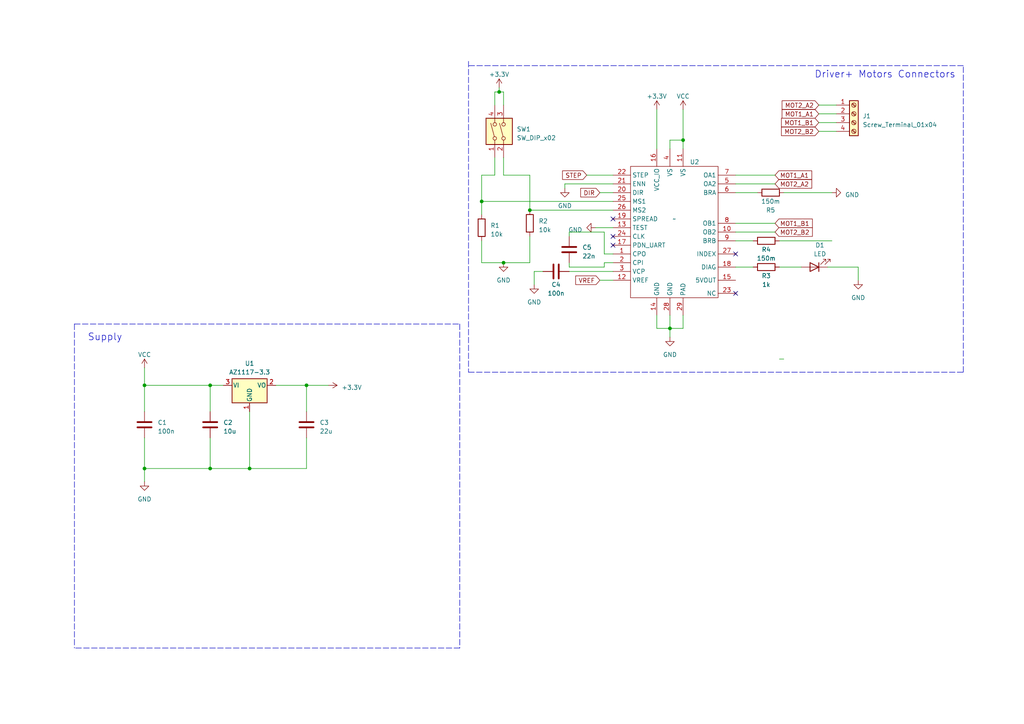
<source format=kicad_sch>
(kicad_sch (version 20230121) (generator eeschema)

  (uuid 068d3726-99de-44cc-887c-e892d67878f5)

  (paper "A4")

  (lib_symbols
    (symbol "Connector:Screw_Terminal_01x04" (pin_names (offset 1.016) hide) (in_bom yes) (on_board yes)
      (property "Reference" "J" (at 0 5.08 0)
        (effects (font (size 1.27 1.27)))
      )
      (property "Value" "Screw_Terminal_01x04" (at 0 -7.62 0)
        (effects (font (size 1.27 1.27)))
      )
      (property "Footprint" "" (at 0 0 0)
        (effects (font (size 1.27 1.27)) hide)
      )
      (property "Datasheet" "~" (at 0 0 0)
        (effects (font (size 1.27 1.27)) hide)
      )
      (property "ki_keywords" "screw terminal" (at 0 0 0)
        (effects (font (size 1.27 1.27)) hide)
      )
      (property "ki_description" "Generic screw terminal, single row, 01x04, script generated (kicad-library-utils/schlib/autogen/connector/)" (at 0 0 0)
        (effects (font (size 1.27 1.27)) hide)
      )
      (property "ki_fp_filters" "TerminalBlock*:*" (at 0 0 0)
        (effects (font (size 1.27 1.27)) hide)
      )
      (symbol "Screw_Terminal_01x04_1_1"
        (rectangle (start -1.27 3.81) (end 1.27 -6.35)
          (stroke (width 0.254) (type default))
          (fill (type background))
        )
        (circle (center 0 -5.08) (radius 0.635)
          (stroke (width 0.1524) (type default))
          (fill (type none))
        )
        (circle (center 0 -2.54) (radius 0.635)
          (stroke (width 0.1524) (type default))
          (fill (type none))
        )
        (polyline
          (pts
            (xy -0.5334 -4.7498)
            (xy 0.3302 -5.588)
          )
          (stroke (width 0.1524) (type default))
          (fill (type none))
        )
        (polyline
          (pts
            (xy -0.5334 -2.2098)
            (xy 0.3302 -3.048)
          )
          (stroke (width 0.1524) (type default))
          (fill (type none))
        )
        (polyline
          (pts
            (xy -0.5334 0.3302)
            (xy 0.3302 -0.508)
          )
          (stroke (width 0.1524) (type default))
          (fill (type none))
        )
        (polyline
          (pts
            (xy -0.5334 2.8702)
            (xy 0.3302 2.032)
          )
          (stroke (width 0.1524) (type default))
          (fill (type none))
        )
        (polyline
          (pts
            (xy -0.3556 -4.572)
            (xy 0.508 -5.4102)
          )
          (stroke (width 0.1524) (type default))
          (fill (type none))
        )
        (polyline
          (pts
            (xy -0.3556 -2.032)
            (xy 0.508 -2.8702)
          )
          (stroke (width 0.1524) (type default))
          (fill (type none))
        )
        (polyline
          (pts
            (xy -0.3556 0.508)
            (xy 0.508 -0.3302)
          )
          (stroke (width 0.1524) (type default))
          (fill (type none))
        )
        (polyline
          (pts
            (xy -0.3556 3.048)
            (xy 0.508 2.2098)
          )
          (stroke (width 0.1524) (type default))
          (fill (type none))
        )
        (circle (center 0 0) (radius 0.635)
          (stroke (width 0.1524) (type default))
          (fill (type none))
        )
        (circle (center 0 2.54) (radius 0.635)
          (stroke (width 0.1524) (type default))
          (fill (type none))
        )
        (pin passive line (at -5.08 2.54 0) (length 3.81)
          (name "Pin_1" (effects (font (size 1.27 1.27))))
          (number "1" (effects (font (size 1.27 1.27))))
        )
        (pin passive line (at -5.08 0 0) (length 3.81)
          (name "Pin_2" (effects (font (size 1.27 1.27))))
          (number "2" (effects (font (size 1.27 1.27))))
        )
        (pin passive line (at -5.08 -2.54 0) (length 3.81)
          (name "Pin_3" (effects (font (size 1.27 1.27))))
          (number "3" (effects (font (size 1.27 1.27))))
        )
        (pin passive line (at -5.08 -5.08 0) (length 3.81)
          (name "Pin_4" (effects (font (size 1.27 1.27))))
          (number "4" (effects (font (size 1.27 1.27))))
        )
      )
    )
    (symbol "Device:C" (pin_numbers hide) (pin_names (offset 0.254)) (in_bom yes) (on_board yes)
      (property "Reference" "C" (at 0.635 2.54 0)
        (effects (font (size 1.27 1.27)) (justify left))
      )
      (property "Value" "C" (at 0.635 -2.54 0)
        (effects (font (size 1.27 1.27)) (justify left))
      )
      (property "Footprint" "" (at 0.9652 -3.81 0)
        (effects (font (size 1.27 1.27)) hide)
      )
      (property "Datasheet" "~" (at 0 0 0)
        (effects (font (size 1.27 1.27)) hide)
      )
      (property "ki_keywords" "cap capacitor" (at 0 0 0)
        (effects (font (size 1.27 1.27)) hide)
      )
      (property "ki_description" "Unpolarized capacitor" (at 0 0 0)
        (effects (font (size 1.27 1.27)) hide)
      )
      (property "ki_fp_filters" "C_*" (at 0 0 0)
        (effects (font (size 1.27 1.27)) hide)
      )
      (symbol "C_0_1"
        (polyline
          (pts
            (xy -2.032 -0.762)
            (xy 2.032 -0.762)
          )
          (stroke (width 0.508) (type default))
          (fill (type none))
        )
        (polyline
          (pts
            (xy -2.032 0.762)
            (xy 2.032 0.762)
          )
          (stroke (width 0.508) (type default))
          (fill (type none))
        )
      )
      (symbol "C_1_1"
        (pin passive line (at 0 3.81 270) (length 2.794)
          (name "~" (effects (font (size 1.27 1.27))))
          (number "1" (effects (font (size 1.27 1.27))))
        )
        (pin passive line (at 0 -3.81 90) (length 2.794)
          (name "~" (effects (font (size 1.27 1.27))))
          (number "2" (effects (font (size 1.27 1.27))))
        )
      )
    )
    (symbol "Device:LED" (pin_numbers hide) (pin_names (offset 1.016) hide) (in_bom yes) (on_board yes)
      (property "Reference" "D" (at 0 2.54 0)
        (effects (font (size 1.27 1.27)))
      )
      (property "Value" "LED" (at 0 -2.54 0)
        (effects (font (size 1.27 1.27)))
      )
      (property "Footprint" "" (at 0 0 0)
        (effects (font (size 1.27 1.27)) hide)
      )
      (property "Datasheet" "~" (at 0 0 0)
        (effects (font (size 1.27 1.27)) hide)
      )
      (property "ki_keywords" "LED diode" (at 0 0 0)
        (effects (font (size 1.27 1.27)) hide)
      )
      (property "ki_description" "Light emitting diode" (at 0 0 0)
        (effects (font (size 1.27 1.27)) hide)
      )
      (property "ki_fp_filters" "LED* LED_SMD:* LED_THT:*" (at 0 0 0)
        (effects (font (size 1.27 1.27)) hide)
      )
      (symbol "LED_0_1"
        (polyline
          (pts
            (xy -1.27 -1.27)
            (xy -1.27 1.27)
          )
          (stroke (width 0.254) (type default))
          (fill (type none))
        )
        (polyline
          (pts
            (xy -1.27 0)
            (xy 1.27 0)
          )
          (stroke (width 0) (type default))
          (fill (type none))
        )
        (polyline
          (pts
            (xy 1.27 -1.27)
            (xy 1.27 1.27)
            (xy -1.27 0)
            (xy 1.27 -1.27)
          )
          (stroke (width 0.254) (type default))
          (fill (type none))
        )
        (polyline
          (pts
            (xy -3.048 -0.762)
            (xy -4.572 -2.286)
            (xy -3.81 -2.286)
            (xy -4.572 -2.286)
            (xy -4.572 -1.524)
          )
          (stroke (width 0) (type default))
          (fill (type none))
        )
        (polyline
          (pts
            (xy -1.778 -0.762)
            (xy -3.302 -2.286)
            (xy -2.54 -2.286)
            (xy -3.302 -2.286)
            (xy -3.302 -1.524)
          )
          (stroke (width 0) (type default))
          (fill (type none))
        )
      )
      (symbol "LED_1_1"
        (pin passive line (at -3.81 0 0) (length 2.54)
          (name "K" (effects (font (size 1.27 1.27))))
          (number "1" (effects (font (size 1.27 1.27))))
        )
        (pin passive line (at 3.81 0 180) (length 2.54)
          (name "A" (effects (font (size 1.27 1.27))))
          (number "2" (effects (font (size 1.27 1.27))))
        )
      )
    )
    (symbol "Device:R" (pin_numbers hide) (pin_names (offset 0)) (in_bom yes) (on_board yes)
      (property "Reference" "R" (at 2.032 0 90)
        (effects (font (size 1.27 1.27)))
      )
      (property "Value" "R" (at 0 0 90)
        (effects (font (size 1.27 1.27)))
      )
      (property "Footprint" "" (at -1.778 0 90)
        (effects (font (size 1.27 1.27)) hide)
      )
      (property "Datasheet" "~" (at 0 0 0)
        (effects (font (size 1.27 1.27)) hide)
      )
      (property "ki_keywords" "R res resistor" (at 0 0 0)
        (effects (font (size 1.27 1.27)) hide)
      )
      (property "ki_description" "Resistor" (at 0 0 0)
        (effects (font (size 1.27 1.27)) hide)
      )
      (property "ki_fp_filters" "R_*" (at 0 0 0)
        (effects (font (size 1.27 1.27)) hide)
      )
      (symbol "R_0_1"
        (rectangle (start -1.016 -2.54) (end 1.016 2.54)
          (stroke (width 0.254) (type default))
          (fill (type none))
        )
      )
      (symbol "R_1_1"
        (pin passive line (at 0 3.81 270) (length 1.27)
          (name "~" (effects (font (size 1.27 1.27))))
          (number "1" (effects (font (size 1.27 1.27))))
        )
        (pin passive line (at 0 -3.81 90) (length 1.27)
          (name "~" (effects (font (size 1.27 1.27))))
          (number "2" (effects (font (size 1.27 1.27))))
        )
      )
    )
    (symbol "My_Lib:TMC2225" (in_bom yes) (on_board yes)
      (property "Reference" "U" (at 0 0 0)
        (effects (font (size 1.27 1.27)))
      )
      (property "Value" "" (at 0 0 0)
        (effects (font (size 1.27 1.27)))
      )
      (property "Footprint" "" (at 0 0 0)
        (effects (font (size 1.27 1.27)) hide)
      )
      (property "Datasheet" "" (at 0 0 0)
        (effects (font (size 1.27 1.27)) hide)
      )
      (symbol "TMC2225_0_0"
        (pin passive line (at -17.78 -10.16 0) (length 5.08)
          (name "CPO" (effects (font (size 1.27 1.27))))
          (number "1" (effects (font (size 1.27 1.27))))
        )
        (pin output line (at 17.78 -3.81 180) (length 5.08)
          (name "OB2" (effects (font (size 1.27 1.27))))
          (number "10" (effects (font (size 1.27 1.27))))
        )
        (pin input line (at 2.54 20.32 270) (length 5.08)
          (name "VS" (effects (font (size 1.27 1.27))))
          (number "11" (effects (font (size 1.27 1.27))))
        )
        (pin input line (at -17.78 -17.78 0) (length 5.08)
          (name "VREF" (effects (font (size 1.27 1.27))))
          (number "12" (effects (font (size 1.27 1.27))))
        )
        (pin input line (at -17.78 -2.54 0) (length 5.08)
          (name "TEST" (effects (font (size 1.27 1.27))))
          (number "13" (effects (font (size 1.27 1.27))))
        )
        (pin input line (at -5.08 -27.94 90) (length 5.08)
          (name "GND" (effects (font (size 1.27 1.27))))
          (number "14" (effects (font (size 1.27 1.27))))
        )
        (pin passive line (at 17.78 -17.78 180) (length 5.08)
          (name "5VOUT" (effects (font (size 1.27 1.27))))
          (number "15" (effects (font (size 1.27 1.27))))
        )
        (pin input line (at -5.08 20.32 270) (length 5.08)
          (name "VCC_IO" (effects (font (size 1.27 1.27))))
          (number "16" (effects (font (size 1.27 1.27))))
        )
        (pin no_connect line (at -17.78 -7.62 0) (length 5.08)
          (name "PDN_UART" (effects (font (size 1.27 1.27))))
          (number "17" (effects (font (size 1.27 1.27))))
        )
        (pin output line (at 17.78 -13.97 180) (length 5.08)
          (name "DIAG" (effects (font (size 1.27 1.27))))
          (number "18" (effects (font (size 1.27 1.27))))
        )
        (pin no_connect line (at -17.78 0 0) (length 5.08)
          (name "SPREAD" (effects (font (size 1.27 1.27))))
          (number "19" (effects (font (size 1.27 1.27))))
        )
        (pin passive line (at -17.78 -12.7 0) (length 5.08)
          (name "CPI" (effects (font (size 1.27 1.27))))
          (number "2" (effects (font (size 1.27 1.27))))
        )
        (pin input line (at -17.78 7.62 0) (length 5.08)
          (name "DIR" (effects (font (size 1.27 1.27))))
          (number "20" (effects (font (size 1.27 1.27))))
        )
        (pin input line (at -17.78 10.16 0) (length 5.08)
          (name "ENN" (effects (font (size 1.27 1.27))))
          (number "21" (effects (font (size 1.27 1.27))))
        )
        (pin input line (at -17.78 12.7 0) (length 5.08)
          (name "STEP" (effects (font (size 1.27 1.27))))
          (number "22" (effects (font (size 1.27 1.27))))
        )
        (pin no_connect line (at 17.78 -21.59 180) (length 5.08)
          (name "NC" (effects (font (size 1.27 1.27))))
          (number "23" (effects (font (size 1.27 1.27))))
        )
        (pin no_connect line (at -17.78 -5.08 0) (length 5.08)
          (name "CLK" (effects (font (size 1.27 1.27))))
          (number "24" (effects (font (size 1.27 1.27))))
        )
        (pin input line (at -17.78 5.08 0) (length 5.08)
          (name "MS1" (effects (font (size 1.27 1.27))))
          (number "25" (effects (font (size 1.27 1.27))))
        )
        (pin input line (at -17.78 2.54 0) (length 5.08)
          (name "MS2" (effects (font (size 1.27 1.27))))
          (number "26" (effects (font (size 1.27 1.27))))
        )
        (pin no_connect line (at 17.78 -10.16 180) (length 5.08)
          (name "INDEX" (effects (font (size 1.27 1.27))))
          (number "27" (effects (font (size 1.27 1.27))))
        )
        (pin input line (at -1.27 -27.94 90) (length 5.08)
          (name "GND" (effects (font (size 1.27 1.27))))
          (number "28" (effects (font (size 1.27 1.27))))
        )
        (pin input line (at 2.54 -27.94 90) (length 5.08)
          (name "PAD" (effects (font (size 1.27 1.27))))
          (number "29" (effects (font (size 1.27 1.27))))
        )
        (pin passive line (at -17.78 -15.24 0) (length 5.08)
          (name "VCP" (effects (font (size 1.27 1.27))))
          (number "3" (effects (font (size 1.27 1.27))))
        )
        (pin input line (at -1.27 20.32 270) (length 5.08)
          (name "VS" (effects (font (size 1.27 1.27))))
          (number "4" (effects (font (size 1.27 1.27))))
        )
        (pin output line (at 17.78 10.16 180) (length 5.08)
          (name "OA2" (effects (font (size 1.27 1.27))))
          (number "5" (effects (font (size 1.27 1.27))))
        )
        (pin output line (at 17.78 7.62 180) (length 5.08)
          (name "BRA" (effects (font (size 1.27 1.27))))
          (number "6" (effects (font (size 1.27 1.27))))
        )
        (pin output line (at 17.78 12.7 180) (length 5.08)
          (name "OA1" (effects (font (size 1.27 1.27))))
          (number "7" (effects (font (size 1.27 1.27))))
        )
        (pin output line (at 17.78 -1.27 180) (length 5.08)
          (name "OB1" (effects (font (size 1.27 1.27))))
          (number "8" (effects (font (size 1.27 1.27))))
        )
        (pin output line (at 17.78 -6.35 180) (length 5.08)
          (name "BRB" (effects (font (size 1.27 1.27))))
          (number "9" (effects (font (size 1.27 1.27))))
        )
      )
      (symbol "TMC2225_0_1"
        (polyline
          (pts
            (xy -12.7 15.24)
            (xy 12.7 15.24)
            (xy 12.7 -22.86)
            (xy -12.7 -22.86)
            (xy -12.7 15.24)
          )
          (stroke (width 0.1524) (type solid))
          (fill (type none))
        )
      )
    )
    (symbol "Regulator_Linear:AZ1117-3.3" (pin_names (offset 0.254)) (in_bom yes) (on_board yes)
      (property "Reference" "U" (at -3.81 3.175 0)
        (effects (font (size 1.27 1.27)))
      )
      (property "Value" "AZ1117-3.3" (at 0 3.175 0)
        (effects (font (size 1.27 1.27)) (justify left))
      )
      (property "Footprint" "" (at 0 6.35 0)
        (effects (font (size 1.27 1.27) italic) hide)
      )
      (property "Datasheet" "https://www.diodes.com/assets/Datasheets/AZ1117.pdf" (at 0 0 0)
        (effects (font (size 1.27 1.27)) hide)
      )
      (property "ki_keywords" "Fixed Voltage Regulator 1A Positive LDO" (at 0 0 0)
        (effects (font (size 1.27 1.27)) hide)
      )
      (property "ki_description" "1A 20V Fixed LDO Linear Regulator, 3.3V, SOT-89/SOT-223/TO-220/TO-252/TO-263" (at 0 0 0)
        (effects (font (size 1.27 1.27)) hide)
      )
      (property "ki_fp_filters" "SOT?223* SOT?89* TO?220* TO?252* TO?263*" (at 0 0 0)
        (effects (font (size 1.27 1.27)) hide)
      )
      (symbol "AZ1117-3.3_0_1"
        (rectangle (start -5.08 1.905) (end 5.08 -5.08)
          (stroke (width 0.254) (type default))
          (fill (type background))
        )
      )
      (symbol "AZ1117-3.3_1_1"
        (pin power_in line (at 0 -7.62 90) (length 2.54)
          (name "GND" (effects (font (size 1.27 1.27))))
          (number "1" (effects (font (size 1.27 1.27))))
        )
        (pin power_out line (at 7.62 0 180) (length 2.54)
          (name "VO" (effects (font (size 1.27 1.27))))
          (number "2" (effects (font (size 1.27 1.27))))
        )
        (pin power_in line (at -7.62 0 0) (length 2.54)
          (name "VI" (effects (font (size 1.27 1.27))))
          (number "3" (effects (font (size 1.27 1.27))))
        )
      )
    )
    (symbol "Switch:SW_DIP_x02" (pin_names (offset 0) hide) (in_bom yes) (on_board yes)
      (property "Reference" "SW" (at 0 6.35 0)
        (effects (font (size 1.27 1.27)))
      )
      (property "Value" "SW_DIP_x02" (at 0 -3.81 0)
        (effects (font (size 1.27 1.27)))
      )
      (property "Footprint" "" (at 0 0 0)
        (effects (font (size 1.27 1.27)) hide)
      )
      (property "Datasheet" "~" (at 0 0 0)
        (effects (font (size 1.27 1.27)) hide)
      )
      (property "ki_keywords" "dip switch" (at 0 0 0)
        (effects (font (size 1.27 1.27)) hide)
      )
      (property "ki_description" "2x DIP Switch, Single Pole Single Throw (SPST) switch, small symbol" (at 0 0 0)
        (effects (font (size 1.27 1.27)) hide)
      )
      (property "ki_fp_filters" "SW?DIP?x2*" (at 0 0 0)
        (effects (font (size 1.27 1.27)) hide)
      )
      (symbol "SW_DIP_x02_0_0"
        (circle (center -2.032 0) (radius 0.508)
          (stroke (width 0) (type default))
          (fill (type none))
        )
        (circle (center -2.032 2.54) (radius 0.508)
          (stroke (width 0) (type default))
          (fill (type none))
        )
        (polyline
          (pts
            (xy -1.524 0.127)
            (xy 2.3622 1.1684)
          )
          (stroke (width 0) (type default))
          (fill (type none))
        )
        (polyline
          (pts
            (xy -1.524 2.667)
            (xy 2.3622 3.7084)
          )
          (stroke (width 0) (type default))
          (fill (type none))
        )
        (circle (center 2.032 0) (radius 0.508)
          (stroke (width 0) (type default))
          (fill (type none))
        )
        (circle (center 2.032 2.54) (radius 0.508)
          (stroke (width 0) (type default))
          (fill (type none))
        )
      )
      (symbol "SW_DIP_x02_0_1"
        (rectangle (start -3.81 5.08) (end 3.81 -2.54)
          (stroke (width 0.254) (type default))
          (fill (type background))
        )
      )
      (symbol "SW_DIP_x02_1_1"
        (pin passive line (at -7.62 2.54 0) (length 5.08)
          (name "~" (effects (font (size 1.27 1.27))))
          (number "1" (effects (font (size 1.27 1.27))))
        )
        (pin passive line (at -7.62 0 0) (length 5.08)
          (name "~" (effects (font (size 1.27 1.27))))
          (number "2" (effects (font (size 1.27 1.27))))
        )
        (pin passive line (at 7.62 0 180) (length 5.08)
          (name "~" (effects (font (size 1.27 1.27))))
          (number "3" (effects (font (size 1.27 1.27))))
        )
        (pin passive line (at 7.62 2.54 180) (length 5.08)
          (name "~" (effects (font (size 1.27 1.27))))
          (number "4" (effects (font (size 1.27 1.27))))
        )
      )
    )
    (symbol "power:+3.3V" (power) (pin_names (offset 0)) (in_bom yes) (on_board yes)
      (property "Reference" "#PWR" (at 0 -3.81 0)
        (effects (font (size 1.27 1.27)) hide)
      )
      (property "Value" "+3.3V" (at 0 3.556 0)
        (effects (font (size 1.27 1.27)))
      )
      (property "Footprint" "" (at 0 0 0)
        (effects (font (size 1.27 1.27)) hide)
      )
      (property "Datasheet" "" (at 0 0 0)
        (effects (font (size 1.27 1.27)) hide)
      )
      (property "ki_keywords" "global power" (at 0 0 0)
        (effects (font (size 1.27 1.27)) hide)
      )
      (property "ki_description" "Power symbol creates a global label with name \"+3.3V\"" (at 0 0 0)
        (effects (font (size 1.27 1.27)) hide)
      )
      (symbol "+3.3V_0_1"
        (polyline
          (pts
            (xy -0.762 1.27)
            (xy 0 2.54)
          )
          (stroke (width 0) (type default))
          (fill (type none))
        )
        (polyline
          (pts
            (xy 0 0)
            (xy 0 2.54)
          )
          (stroke (width 0) (type default))
          (fill (type none))
        )
        (polyline
          (pts
            (xy 0 2.54)
            (xy 0.762 1.27)
          )
          (stroke (width 0) (type default))
          (fill (type none))
        )
      )
      (symbol "+3.3V_1_1"
        (pin power_in line (at 0 0 90) (length 0) hide
          (name "+3.3V" (effects (font (size 1.27 1.27))))
          (number "1" (effects (font (size 1.27 1.27))))
        )
      )
    )
    (symbol "power:GND" (power) (pin_names (offset 0)) (in_bom yes) (on_board yes)
      (property "Reference" "#PWR" (at 0 -6.35 0)
        (effects (font (size 1.27 1.27)) hide)
      )
      (property "Value" "GND" (at 0 -3.81 0)
        (effects (font (size 1.27 1.27)))
      )
      (property "Footprint" "" (at 0 0 0)
        (effects (font (size 1.27 1.27)) hide)
      )
      (property "Datasheet" "" (at 0 0 0)
        (effects (font (size 1.27 1.27)) hide)
      )
      (property "ki_keywords" "global power" (at 0 0 0)
        (effects (font (size 1.27 1.27)) hide)
      )
      (property "ki_description" "Power symbol creates a global label with name \"GND\" , ground" (at 0 0 0)
        (effects (font (size 1.27 1.27)) hide)
      )
      (symbol "GND_0_1"
        (polyline
          (pts
            (xy 0 0)
            (xy 0 -1.27)
            (xy 1.27 -1.27)
            (xy 0 -2.54)
            (xy -1.27 -1.27)
            (xy 0 -1.27)
          )
          (stroke (width 0) (type default))
          (fill (type none))
        )
      )
      (symbol "GND_1_1"
        (pin power_in line (at 0 0 270) (length 0) hide
          (name "GND" (effects (font (size 1.27 1.27))))
          (number "1" (effects (font (size 1.27 1.27))))
        )
      )
    )
    (symbol "power:VCC" (power) (pin_names (offset 0)) (in_bom yes) (on_board yes)
      (property "Reference" "#PWR" (at 0 -3.81 0)
        (effects (font (size 1.27 1.27)) hide)
      )
      (property "Value" "VCC" (at 0 3.81 0)
        (effects (font (size 1.27 1.27)))
      )
      (property "Footprint" "" (at 0 0 0)
        (effects (font (size 1.27 1.27)) hide)
      )
      (property "Datasheet" "" (at 0 0 0)
        (effects (font (size 1.27 1.27)) hide)
      )
      (property "ki_keywords" "global power" (at 0 0 0)
        (effects (font (size 1.27 1.27)) hide)
      )
      (property "ki_description" "Power symbol creates a global label with name \"VCC\"" (at 0 0 0)
        (effects (font (size 1.27 1.27)) hide)
      )
      (symbol "VCC_0_1"
        (polyline
          (pts
            (xy -0.762 1.27)
            (xy 0 2.54)
          )
          (stroke (width 0) (type default))
          (fill (type none))
        )
        (polyline
          (pts
            (xy 0 0)
            (xy 0 2.54)
          )
          (stroke (width 0) (type default))
          (fill (type none))
        )
        (polyline
          (pts
            (xy 0 2.54)
            (xy 0.762 1.27)
          )
          (stroke (width 0) (type default))
          (fill (type none))
        )
      )
      (symbol "VCC_1_1"
        (pin power_in line (at 0 0 90) (length 0) hide
          (name "VCC" (effects (font (size 1.27 1.27))))
          (number "1" (effects (font (size 1.27 1.27))))
        )
      )
    )
  )


  (junction (at 60.96 111.76) (diameter 0) (color 0 0 0 0)
    (uuid 09f3520c-4f6c-4fe3-819d-9d3f8fc6b587)
  )
  (junction (at 153.67 60.96) (diameter 0) (color 0 0 0 0)
    (uuid 170e7f1b-8d25-4f77-9f8e-fc94cec78304)
  )
  (junction (at 41.91 111.76) (diameter 0) (color 0 0 0 0)
    (uuid 32b22497-6e76-4bdc-8444-63b1f6abb32b)
  )
  (junction (at 194.31 95.25) (diameter 0) (color 0 0 0 0)
    (uuid 42673888-9609-461a-94d1-d2b6b6fb818a)
  )
  (junction (at 88.9 111.76) (diameter 0) (color 0 0 0 0)
    (uuid 5999ff1b-be10-4817-8483-6d205e283872)
  )
  (junction (at 139.7 58.42) (diameter 0) (color 0 0 0 0)
    (uuid 6127ab72-5aa2-4472-8c43-7ba3787a1ecf)
  )
  (junction (at 198.12 40.64) (diameter 0) (color 0 0 0 0)
    (uuid 876eb48d-742d-4218-a1c0-dde9824d7d4e)
  )
  (junction (at 41.91 135.89) (diameter 0) (color 0 0 0 0)
    (uuid a075dcd4-9131-4a21-bd75-2ce22d863a57)
  )
  (junction (at 72.39 135.89) (diameter 0) (color 0 0 0 0)
    (uuid d81588b9-e378-40b8-a846-f216d496deed)
  )
  (junction (at 144.78 26.67) (diameter 0) (color 0 0 0 0)
    (uuid e2abff9a-1ff7-4d87-a36d-205f09b7431f)
  )
  (junction (at 60.96 135.89) (diameter 0) (color 0 0 0 0)
    (uuid ec063405-c907-42b7-8adb-3e7a69a29273)
  )
  (junction (at 146.05 76.2) (diameter 0) (color 0 0 0 0)
    (uuid fa882e1a-efc5-47d9-9f1e-78d7fc79b411)
  )

  (no_connect (at 213.36 85.09) (uuid 2ceda9da-b056-4537-acc4-5c3a61ae81df))
  (no_connect (at 213.36 73.66) (uuid 62f951fc-71da-4f8f-bee3-978d8f6c6d9e))
  (no_connect (at 177.8 63.5) (uuid 63b61004-f15b-440f-af4b-cbb2bd70379b))
  (no_connect (at 177.8 71.12) (uuid 7c20f44d-1c44-4192-856b-cc66f78d2ef4))
  (no_connect (at 177.8 68.58) (uuid b77a1d60-9a30-4b1e-a203-5ef32486654a))

  (wire (pts (xy 153.67 68.58) (xy 153.67 76.2))
    (stroke (width 0) (type default))
    (uuid 02ed833a-7131-4f62-87fa-d6b98b48014a)
  )
  (wire (pts (xy 154.94 78.74) (xy 154.94 82.55))
    (stroke (width 0) (type default))
    (uuid 04bfad80-26e0-4e7b-a40f-d75558bc0983)
  )
  (wire (pts (xy 88.9 111.76) (xy 88.9 119.38))
    (stroke (width 0) (type default))
    (uuid 081733f5-379b-402e-a63c-3ea00de4ef6f)
  )
  (wire (pts (xy 143.51 26.67) (xy 144.78 26.67))
    (stroke (width 0) (type default))
    (uuid 0dbaec17-50aa-4b55-b613-965643b3cfcb)
  )
  (wire (pts (xy 144.78 26.67) (xy 146.05 26.67))
    (stroke (width 0) (type default))
    (uuid 1717a9e6-83b6-42e6-9620-587919944e09)
  )
  (wire (pts (xy 139.7 69.85) (xy 139.7 76.2))
    (stroke (width 0) (type default))
    (uuid 1b9f329f-d397-480c-96cc-b46c1bfd8437)
  )
  (wire (pts (xy 153.67 50.8) (xy 153.67 60.96))
    (stroke (width 0) (type default))
    (uuid 20fec434-9628-47b3-a74e-d63a070cf294)
  )
  (wire (pts (xy 139.7 58.42) (xy 139.7 62.23))
    (stroke (width 0) (type default))
    (uuid 23b4d3e5-6733-49bc-8626-7b1d6820a99b)
  )
  (wire (pts (xy 177.8 53.34) (xy 163.83 53.34))
    (stroke (width 0) (type default))
    (uuid 255f9049-6886-4aac-9256-352a56cfba00)
  )
  (wire (pts (xy 41.91 111.76) (xy 60.96 111.76))
    (stroke (width 0) (type default))
    (uuid 2681c193-d30a-40de-a95f-83151e866af2)
  )
  (wire (pts (xy 139.7 50.8) (xy 143.51 50.8))
    (stroke (width 0) (type default))
    (uuid 27b3e533-5ffc-4eff-a873-4e75a8c0eafb)
  )
  (wire (pts (xy 153.67 50.8) (xy 146.05 50.8))
    (stroke (width 0) (type default))
    (uuid 27b8b5c5-76a5-41ce-a609-395b725542cd)
  )
  (polyline (pts (xy 279.4 19.05) (xy 135.89 19.05))
    (stroke (width 0) (type dash))
    (uuid 2947b523-cf0b-41cb-8f0b-42e79a6916ec)
  )

  (wire (pts (xy 213.36 77.47) (xy 218.44 77.47))
    (stroke (width 0) (type default))
    (uuid 2d4695e9-881b-47fa-beec-ef47806c9f79)
  )
  (polyline (pts (xy 133.35 187.96) (xy 21.59 187.96))
    (stroke (width 0) (type dash))
    (uuid 2f219ec3-7a8b-46e6-870f-b0bd855c7323)
  )

  (wire (pts (xy 165.1 67.31) (xy 175.26 67.31))
    (stroke (width 0) (type default))
    (uuid 2f766d75-eb75-440b-849b-91370f91f07e)
  )
  (wire (pts (xy 41.91 106.68) (xy 41.91 111.76))
    (stroke (width 0) (type default))
    (uuid 311bf0bb-6145-4dd7-853d-1fcd1bce9756)
  )
  (wire (pts (xy 172.72 66.04) (xy 177.8 66.04))
    (stroke (width 0) (type default))
    (uuid 391be7a2-3cdb-4756-8662-21baaadb880e)
  )
  (wire (pts (xy 237.49 35.56) (xy 242.57 35.56))
    (stroke (width 0) (type default))
    (uuid 3942a8ce-1005-4b17-a2ed-67f5ea47ee8b)
  )
  (wire (pts (xy 143.51 30.48) (xy 143.51 26.67))
    (stroke (width 0) (type default))
    (uuid 395305e8-0b57-4673-aec5-046a23911074)
  )
  (wire (pts (xy 173.99 81.28) (xy 177.8 81.28))
    (stroke (width 0) (type default))
    (uuid 41f3ea70-9ff8-4d58-b99f-c9386ea86094)
  )
  (wire (pts (xy 72.39 135.89) (xy 88.9 135.89))
    (stroke (width 0) (type default))
    (uuid 45fdb5bb-c080-4004-9c6a-2f4f2ec82fe2)
  )
  (wire (pts (xy 194.31 43.18) (xy 194.31 40.64))
    (stroke (width 0) (type default))
    (uuid 46e9592c-9b47-4fb5-ad00-c7568fb8a3a0)
  )
  (wire (pts (xy 237.49 33.02) (xy 242.57 33.02))
    (stroke (width 0) (type default))
    (uuid 48f15ad0-384b-44a6-912f-39059a5d484d)
  )
  (wire (pts (xy 80.01 111.76) (xy 88.9 111.76))
    (stroke (width 0) (type default))
    (uuid 4c88195e-ea41-4400-b96b-cdd5e7da7699)
  )
  (wire (pts (xy 146.05 76.2) (xy 153.67 76.2))
    (stroke (width 0) (type default))
    (uuid 515c146e-2b10-400b-9d0b-a19d9da25b42)
  )
  (wire (pts (xy 213.36 55.88) (xy 219.71 55.88))
    (stroke (width 0) (type default))
    (uuid 575a2527-1842-4470-b4ab-eeb613f12b89)
  )
  (wire (pts (xy 213.36 50.8) (xy 224.79 50.8))
    (stroke (width 0) (type default))
    (uuid 58f5e32a-e096-47a7-96b1-9473dba7324f)
  )
  (wire (pts (xy 177.8 76.2) (xy 175.26 76.2))
    (stroke (width 0) (type default))
    (uuid 5a1e61ed-bc42-47bf-97e8-ae64f36df3a2)
  )
  (wire (pts (xy 165.1 67.31) (xy 165.1 68.58))
    (stroke (width 0) (type default))
    (uuid 5e6f938d-2502-4261-870b-c8e8dc88cf8d)
  )
  (wire (pts (xy 41.91 111.76) (xy 41.91 119.38))
    (stroke (width 0) (type default))
    (uuid 6394b9c6-0c3a-47a9-a10c-ad2849085b85)
  )
  (wire (pts (xy 146.05 26.67) (xy 146.05 30.48))
    (stroke (width 0) (type default))
    (uuid 674982ab-76f1-40b4-ace8-3457780c9064)
  )
  (wire (pts (xy 240.03 77.47) (xy 248.92 77.47))
    (stroke (width 0) (type default))
    (uuid 6cabbc91-f1f9-4c6b-b310-395a1f97cfa4)
  )
  (wire (pts (xy 213.36 69.85) (xy 218.44 69.85))
    (stroke (width 0) (type default))
    (uuid 71414b85-6c03-4500-9864-f2735be1f555)
  )
  (wire (pts (xy 194.31 95.25) (xy 194.31 97.79))
    (stroke (width 0) (type default))
    (uuid 717d9319-11b8-40e5-a003-81f26df38cbd)
  )
  (wire (pts (xy 190.5 95.25) (xy 194.31 95.25))
    (stroke (width 0) (type default))
    (uuid 757a54fd-9bf6-4801-9fa3-c11093cac793)
  )
  (wire (pts (xy 175.26 73.66) (xy 175.26 67.31))
    (stroke (width 0) (type default))
    (uuid 77fffae0-f22f-40ce-b006-f7a4d8d74d3e)
  )
  (wire (pts (xy 163.83 53.34) (xy 163.83 54.61))
    (stroke (width 0) (type default))
    (uuid 7acd6546-ed89-4c37-91fc-15bbd8598d28)
  )
  (wire (pts (xy 144.78 25.4) (xy 144.78 26.67))
    (stroke (width 0) (type default))
    (uuid 7bc6c36e-d52d-4ce8-992f-ae7ee69472f9)
  )
  (wire (pts (xy 41.91 135.89) (xy 41.91 139.7))
    (stroke (width 0) (type default))
    (uuid 82dd3d6e-b692-4ed8-8701-a40789d59705)
  )
  (wire (pts (xy 72.39 135.89) (xy 72.39 119.38))
    (stroke (width 0) (type default))
    (uuid 843f7ed0-ecd5-4625-bfb1-361531d846d8)
  )
  (wire (pts (xy 146.05 45.72) (xy 146.05 50.8))
    (stroke (width 0) (type default))
    (uuid 86bd83b4-0a57-4834-baed-68ff9a3ea55c)
  )
  (polyline (pts (xy 135.89 17.78) (xy 135.89 107.95))
    (stroke (width 0) (type dash))
    (uuid 88d14346-d2c8-4801-846a-64d765c642f1)
  )

  (wire (pts (xy 60.96 135.89) (xy 72.39 135.89))
    (stroke (width 0) (type default))
    (uuid 8943ca7c-4f81-4177-97a1-6f4c3acefefc)
  )
  (wire (pts (xy 60.96 127) (xy 60.96 135.89))
    (stroke (width 0) (type default))
    (uuid 8a9d8dd8-dc08-4bb2-9036-110e35c2a4e2)
  )
  (wire (pts (xy 153.67 60.96) (xy 177.8 60.96))
    (stroke (width 0) (type default))
    (uuid 8b848bd6-fd63-4c3a-ac2c-51433ebc9312)
  )
  (wire (pts (xy 60.96 111.76) (xy 64.77 111.76))
    (stroke (width 0) (type default))
    (uuid 8bd942bd-c628-45c8-a0bf-dadfb271e0e2)
  )
  (wire (pts (xy 139.7 58.42) (xy 177.8 58.42))
    (stroke (width 0) (type default))
    (uuid 8f6fdebf-b83b-4d5c-8d06-0375b5fbcdfb)
  )
  (wire (pts (xy 237.49 30.48) (xy 242.57 30.48))
    (stroke (width 0) (type default))
    (uuid 9241232f-9819-4c07-b66b-35f32d116004)
  )
  (wire (pts (xy 198.12 31.75) (xy 198.12 40.64))
    (stroke (width 0) (type default))
    (uuid 9572323d-dacc-4ca3-a444-02f7bee2ab64)
  )
  (wire (pts (xy 88.9 135.89) (xy 88.9 127))
    (stroke (width 0) (type default))
    (uuid 95b38e8c-f793-46dd-a8b2-08bde962d7e2)
  )
  (polyline (pts (xy 135.89 107.95) (xy 279.4 107.95))
    (stroke (width 0) (type dash))
    (uuid 97a10a97-aa65-4861-a1c1-8dfc4baa3b2c)
  )

  (wire (pts (xy 248.92 77.47) (xy 248.92 81.28))
    (stroke (width 0) (type default))
    (uuid 9856a55a-7bd7-4402-ba8d-30c1fe89a814)
  )
  (wire (pts (xy 226.06 69.85) (xy 241.3 69.85))
    (stroke (width 0) (type default))
    (uuid 9acc550f-347e-471e-81a8-e25018ea1793)
  )
  (wire (pts (xy 227.33 55.88) (xy 241.3 55.88))
    (stroke (width 0) (type default))
    (uuid 9d4dc40e-bf34-4e07-8404-e2a414ad96bc)
  )
  (wire (pts (xy 213.36 67.31) (xy 224.79 67.31))
    (stroke (width 0) (type default))
    (uuid a20e9d74-739b-4ac6-9d70-f1febf0d1b9f)
  )
  (wire (pts (xy 41.91 135.89) (xy 60.96 135.89))
    (stroke (width 0) (type default))
    (uuid a5cece79-d52e-4516-97ca-d6a481e6bc09)
  )
  (wire (pts (xy 157.48 78.74) (xy 154.94 78.74))
    (stroke (width 0) (type default))
    (uuid a635e6db-b151-4731-aa3a-f93d276eb2c6)
  )
  (wire (pts (xy 190.5 91.44) (xy 190.5 95.25))
    (stroke (width 0) (type default))
    (uuid a6b758b2-437f-494b-b9c8-e5ec65395892)
  )
  (wire (pts (xy 173.99 55.88) (xy 177.8 55.88))
    (stroke (width 0) (type default))
    (uuid ae91ce5e-49b9-4b29-b3e2-be98af597680)
  )
  (wire (pts (xy 143.51 45.72) (xy 143.51 50.8))
    (stroke (width 0) (type default))
    (uuid b2d0ef11-965d-4c29-8559-4f6b52b03529)
  )
  (polyline (pts (xy 21.59 93.98) (xy 21.59 187.96))
    (stroke (width 0) (type dash))
    (uuid b352777f-8548-4acc-a4e3-c121733c8fc1)
  )

  (wire (pts (xy 198.12 91.44) (xy 198.12 95.25))
    (stroke (width 0) (type default))
    (uuid b3a288b8-2903-4ddd-b34d-eb075639e305)
  )
  (wire (pts (xy 165.1 78.74) (xy 177.8 78.74))
    (stroke (width 0) (type default))
    (uuid b3fbe2fc-723b-40ff-bea7-719b375c9b36)
  )
  (wire (pts (xy 139.7 76.2) (xy 146.05 76.2))
    (stroke (width 0) (type default))
    (uuid b5da3fa7-b68b-4206-97dd-c651d98d49c7)
  )
  (wire (pts (xy 170.18 50.8) (xy 177.8 50.8))
    (stroke (width 0) (type default))
    (uuid b743f41a-1c1f-4304-bdee-94db56746847)
  )
  (wire (pts (xy 175.26 76.2) (xy 175.26 77.47))
    (stroke (width 0) (type default))
    (uuid b843fb02-8c6d-4ce4-b008-441786592164)
  )
  (wire (pts (xy 226.06 77.47) (xy 232.41 77.47))
    (stroke (width 0) (type default))
    (uuid c02c6551-9638-443b-abb4-50b4c17b0f54)
  )
  (wire (pts (xy 165.1 77.47) (xy 165.1 76.2))
    (stroke (width 0) (type default))
    (uuid c13dd3b0-955a-464c-894f-6ee71c92572b)
  )
  (wire (pts (xy 194.31 95.25) (xy 198.12 95.25))
    (stroke (width 0) (type default))
    (uuid c433ac03-5792-40f6-9a7a-5326e48917e9)
  )
  (wire (pts (xy 139.7 58.42) (xy 139.7 50.8))
    (stroke (width 0) (type default))
    (uuid c4621111-772c-455c-87b3-7bca3b46dc5f)
  )
  (wire (pts (xy 213.36 53.34) (xy 224.79 53.34))
    (stroke (width 0) (type default))
    (uuid c6397088-85ab-4932-8af3-7ae0aef7cf73)
  )
  (polyline (pts (xy 279.4 107.95) (xy 279.4 19.05))
    (stroke (width 0) (type dash))
    (uuid c92dc2a2-00c9-44ee-8a95-982a7a7ae4b7)
  )

  (wire (pts (xy 175.26 77.47) (xy 165.1 77.47))
    (stroke (width 0) (type default))
    (uuid cb68d8f2-3e67-4e64-b99a-c882548a1814)
  )
  (polyline (pts (xy 21.59 93.98) (xy 133.35 93.98))
    (stroke (width 0) (type dash))
    (uuid ce419dc3-d096-45a5-9ec6-4d2ef5a85779)
  )

  (wire (pts (xy 88.9 111.76) (xy 95.25 111.76))
    (stroke (width 0) (type default))
    (uuid d1401061-1191-4258-9c51-e4615c10c5be)
  )
  (wire (pts (xy 237.49 38.1) (xy 242.57 38.1))
    (stroke (width 0) (type default))
    (uuid d1874016-dc6e-4293-aa83-963bf82d7262)
  )
  (polyline (pts (xy 133.35 93.98) (xy 133.35 187.96))
    (stroke (width 0) (type dash))
    (uuid d476cae0-b749-4eaf-b71e-89e4b2c77e66)
  )

  (wire (pts (xy 41.91 127) (xy 41.91 135.89))
    (stroke (width 0) (type default))
    (uuid de949768-ad00-4d7f-a72b-7a6c9b0bf794)
  )
  (wire (pts (xy 194.31 40.64) (xy 198.12 40.64))
    (stroke (width 0) (type default))
    (uuid e8a35659-251c-4b8c-8e91-a25f02876362)
  )
  (wire (pts (xy 194.31 91.44) (xy 194.31 95.25))
    (stroke (width 0) (type default))
    (uuid e8a7e74a-4664-430f-ab2d-137b5a7294ae)
  )
  (wire (pts (xy 198.12 40.64) (xy 198.12 43.18))
    (stroke (width 0) (type default))
    (uuid eb3adb1c-cb89-4e51-a245-bdac9dfdd63b)
  )
  (wire (pts (xy 226.06 104.14) (xy 227.33 104.14))
    (stroke (width 0) (type default))
    (uuid efc5c521-ee36-4ef5-9fe4-5b557c6a4ed9)
  )
  (wire (pts (xy 177.8 73.66) (xy 175.26 73.66))
    (stroke (width 0) (type default))
    (uuid f17c40dc-d105-448f-bc94-4408b2ccf7e7)
  )
  (wire (pts (xy 60.96 119.38) (xy 60.96 111.76))
    (stroke (width 0) (type default))
    (uuid f28d1b93-d591-4c47-aded-65269843bd64)
  )
  (wire (pts (xy 213.36 64.77) (xy 224.79 64.77))
    (stroke (width 0) (type default))
    (uuid f34e6639-e7de-4b60-9fea-ad4c7e944285)
  )
  (wire (pts (xy 190.5 31.75) (xy 190.5 43.18))
    (stroke (width 0) (type default))
    (uuid fef4b225-809e-4904-ad13-ca6bbbdabbb5)
  )

  (text "Driver+ Motors Connectors" (at 236.22 22.86 0)
    (effects (font (size 2 2)) (justify left bottom))
    (uuid 8192c71d-05a3-4c8f-ad5d-9d4b356aa300)
  )
  (text "Supply" (at 25.4 99.06 0)
    (effects (font (size 2 2)) (justify left bottom))
    (uuid d42cd773-9a99-4c66-acda-e3220f3ac587)
  )

  (global_label "MOT2_B2" (shape input) (at 224.79 67.31 0) (fields_autoplaced)
    (effects (font (size 1.27 1.27)) (justify left))
    (uuid 0a874bf4-cce0-4325-beaa-426c68304e47)
    (property "Intersheetrefs" "${INTERSHEET_REFS}" (at 236.1019 67.31 0)
      (effects (font (size 1.27 1.27)) (justify left) hide)
    )
  )
  (global_label "MOT1_B1" (shape input) (at 237.49 35.56 180) (fields_autoplaced)
    (effects (font (size 1.27 1.27)) (justify right))
    (uuid 1b581f14-d444-455f-a276-e7f649a7e106)
    (property "Intersheetrefs" "${INTERSHEET_REFS}" (at 226.1781 35.56 0)
      (effects (font (size 1.27 1.27)) (justify right) hide)
    )
  )
  (global_label "STEP" (shape input) (at 170.18 50.8 180) (fields_autoplaced)
    (effects (font (size 1.27 1.27)) (justify right))
    (uuid 22d83677-0349-46b2-974c-d763acde5654)
    (property "Intersheetrefs" "${INTERSHEET_REFS}" (at 162.6781 50.8 0)
      (effects (font (size 1.27 1.27)) (justify right) hide)
    )
  )
  (global_label "MOT2_B2" (shape input) (at 237.49 38.1 180) (fields_autoplaced)
    (effects (font (size 1.27 1.27)) (justify right))
    (uuid 37f670b3-7c0b-4805-b619-a3dde7427b04)
    (property "Intersheetrefs" "${INTERSHEET_REFS}" (at 226.1781 38.1 0)
      (effects (font (size 1.27 1.27)) (justify right) hide)
    )
  )
  (global_label "VREF" (shape input) (at 173.99 81.28 180) (fields_autoplaced)
    (effects (font (size 1.27 1.27)) (justify right))
    (uuid 3b9b8516-02a3-4ef2-b92a-722d6a384be4)
    (property "Intersheetrefs" "${INTERSHEET_REFS}" (at 166.488 81.28 0)
      (effects (font (size 1.27 1.27)) (justify right) hide)
    )
  )
  (global_label "MOT1_B1" (shape input) (at 224.79 64.77 0) (fields_autoplaced)
    (effects (font (size 1.27 1.27)) (justify left))
    (uuid 3e13632f-67be-4b1f-950d-6ba30f9d9adc)
    (property "Intersheetrefs" "${INTERSHEET_REFS}" (at 236.1019 64.77 0)
      (effects (font (size 1.27 1.27)) (justify left) hide)
    )
  )
  (global_label "MOT1_A1" (shape input) (at 224.79 50.8 0) (fields_autoplaced)
    (effects (font (size 1.27 1.27)) (justify left))
    (uuid 52b30a39-4989-4e33-b52c-e3c657c0adf1)
    (property "Intersheetrefs" "${INTERSHEET_REFS}" (at 235.9205 50.8 0)
      (effects (font (size 1.27 1.27)) (justify left) hide)
    )
  )
  (global_label "MOT2_A2" (shape input) (at 237.49 30.48 180) (fields_autoplaced)
    (effects (font (size 1.27 1.27)) (justify right))
    (uuid 7cc5d02b-9aa5-4a7b-a26b-98385a5f3d13)
    (property "Intersheetrefs" "${INTERSHEET_REFS}" (at 226.3595 30.48 0)
      (effects (font (size 1.27 1.27)) (justify right) hide)
    )
  )
  (global_label "MOT1_A1" (shape input) (at 237.49 33.02 180) (fields_autoplaced)
    (effects (font (size 1.27 1.27)) (justify right))
    (uuid c4d5211e-3a42-4603-954a-b9ad25e84383)
    (property "Intersheetrefs" "${INTERSHEET_REFS}" (at 226.3595 33.02 0)
      (effects (font (size 1.27 1.27)) (justify right) hide)
    )
  )
  (global_label "MOT2_A2" (shape input) (at 224.79 53.34 0) (fields_autoplaced)
    (effects (font (size 1.27 1.27)) (justify left))
    (uuid f0823ea1-7a7b-4340-a10f-4fba49695734)
    (property "Intersheetrefs" "${INTERSHEET_REFS}" (at 235.9205 53.34 0)
      (effects (font (size 1.27 1.27)) (justify left) hide)
    )
  )
  (global_label "DIR" (shape input) (at 173.99 55.88 180) (fields_autoplaced)
    (effects (font (size 1.27 1.27)) (justify right))
    (uuid f363ee27-a186-49e7-a2a8-415fdd545772)
    (property "Intersheetrefs" "${INTERSHEET_REFS}" (at 167.9394 55.88 0)
      (effects (font (size 1.27 1.27)) (justify right) hide)
    )
  )

  (symbol (lib_id "Device:LED") (at 236.22 77.47 180) (unit 1)
    (in_bom yes) (on_board yes) (dnp no) (fields_autoplaced)
    (uuid 01283bcc-d20b-4fa6-ad51-4f149aac5aa5)
    (property "Reference" "D1" (at 237.8075 71.12 0)
      (effects (font (size 1.27 1.27)))
    )
    (property "Value" "LED" (at 237.8075 73.66 0)
      (effects (font (size 1.27 1.27)))
    )
    (property "Footprint" "" (at 236.22 77.47 0)
      (effects (font (size 1.27 1.27)) hide)
    )
    (property "Datasheet" "~" (at 236.22 77.47 0)
      (effects (font (size 1.27 1.27)) hide)
    )
    (pin "1" (uuid ddb8114a-b8ed-4aad-824a-770b011adb86))
    (pin "2" (uuid 8e8db7e1-86a6-4332-835f-c03e4e9ecbc8))
    (instances
      (project "Projet6"
        (path "/068d3726-99de-44cc-887c-e892d67878f5"
          (reference "D1") (unit 1)
        )
      )
    )
  )

  (symbol (lib_id "Switch:SW_DIP_x02") (at 146.05 38.1 90) (unit 1)
    (in_bom yes) (on_board yes) (dnp no) (fields_autoplaced)
    (uuid 09e9bccb-358e-46d7-8b43-879098671d50)
    (property "Reference" "SW1" (at 149.86 37.465 90)
      (effects (font (size 1.27 1.27)) (justify right))
    )
    (property "Value" "SW_DIP_x02" (at 149.86 40.005 90)
      (effects (font (size 1.27 1.27)) (justify right))
    )
    (property "Footprint" "" (at 146.05 38.1 0)
      (effects (font (size 1.27 1.27)) hide)
    )
    (property "Datasheet" "~" (at 146.05 38.1 0)
      (effects (font (size 1.27 1.27)) hide)
    )
    (pin "1" (uuid 2e9e5dd9-5380-43f6-b5bd-bf8710208ab8))
    (pin "2" (uuid 987e1dd8-8117-4d0e-9e57-011f6fc94be7))
    (pin "3" (uuid d04bccdd-7e84-4436-ba97-5ccb30e8cdf7))
    (pin "4" (uuid 9bb7f140-8002-498b-b19b-1db90883b7bd))
    (instances
      (project "Projet6"
        (path "/068d3726-99de-44cc-887c-e892d67878f5"
          (reference "SW1") (unit 1)
        )
      )
    )
  )

  (symbol (lib_id "power:GND") (at 172.72 66.04 270) (unit 1)
    (in_bom yes) (on_board yes) (dnp no) (fields_autoplaced)
    (uuid 1487128e-65f4-48bd-9c48-6d974ff67f54)
    (property "Reference" "#PWR08" (at 166.37 66.04 0)
      (effects (font (size 1.27 1.27)) hide)
    )
    (property "Value" "GND" (at 168.91 66.675 90)
      (effects (font (size 1.27 1.27)) (justify right))
    )
    (property "Footprint" "" (at 172.72 66.04 0)
      (effects (font (size 1.27 1.27)) hide)
    )
    (property "Datasheet" "" (at 172.72 66.04 0)
      (effects (font (size 1.27 1.27)) hide)
    )
    (pin "1" (uuid 4089c5c0-3724-4b3b-b539-1084307fcd94))
    (instances
      (project "Projet6"
        (path "/068d3726-99de-44cc-887c-e892d67878f5"
          (reference "#PWR08") (unit 1)
        )
      )
    )
  )

  (symbol (lib_id "power:GND") (at 241.3 55.88 90) (unit 1)
    (in_bom yes) (on_board yes) (dnp no) (fields_autoplaced)
    (uuid 1bdf149d-bc34-4369-a2fe-3730d3db2eef)
    (property "Reference" "#PWR012" (at 247.65 55.88 0)
      (effects (font (size 1.27 1.27)) hide)
    )
    (property "Value" "GND" (at 245.11 56.515 90)
      (effects (font (size 1.27 1.27)) (justify right))
    )
    (property "Footprint" "" (at 241.3 55.88 0)
      (effects (font (size 1.27 1.27)) hide)
    )
    (property "Datasheet" "" (at 241.3 55.88 0)
      (effects (font (size 1.27 1.27)) hide)
    )
    (pin "1" (uuid b559123d-31cd-4cb4-b422-206decebfee7))
    (instances
      (project "Projet6"
        (path "/068d3726-99de-44cc-887c-e892d67878f5"
          (reference "#PWR012") (unit 1)
        )
      )
    )
  )

  (symbol (lib_id "power:GND") (at 41.91 139.7 0) (unit 1)
    (in_bom yes) (on_board yes) (dnp no) (fields_autoplaced)
    (uuid 206abd9e-9086-403b-b9d0-1f8f65198236)
    (property "Reference" "#PWR02" (at 41.91 146.05 0)
      (effects (font (size 1.27 1.27)) hide)
    )
    (property "Value" "GND" (at 41.91 144.78 0)
      (effects (font (size 1.27 1.27)))
    )
    (property "Footprint" "" (at 41.91 139.7 0)
      (effects (font (size 1.27 1.27)) hide)
    )
    (property "Datasheet" "" (at 41.91 139.7 0)
      (effects (font (size 1.27 1.27)) hide)
    )
    (pin "1" (uuid 856190b2-087d-4835-8d03-06bbe180edfc))
    (instances
      (project "Projet6"
        (path "/068d3726-99de-44cc-887c-e892d67878f5"
          (reference "#PWR02") (unit 1)
        )
      )
    )
  )

  (symbol (lib_id "Device:C") (at 88.9 123.19 0) (unit 1)
    (in_bom yes) (on_board yes) (dnp no) (fields_autoplaced)
    (uuid 26d97450-7675-402c-8695-771bb77e1c44)
    (property "Reference" "C3" (at 92.71 122.555 0)
      (effects (font (size 1.27 1.27)) (justify left))
    )
    (property "Value" "22u" (at 92.71 125.095 0)
      (effects (font (size 1.27 1.27)) (justify left))
    )
    (property "Footprint" "" (at 89.8652 127 0)
      (effects (font (size 1.27 1.27)) hide)
    )
    (property "Datasheet" "~" (at 88.9 123.19 0)
      (effects (font (size 1.27 1.27)) hide)
    )
    (pin "1" (uuid 25711705-c10c-4bb8-bdf3-249e52d3d601))
    (pin "2" (uuid 47e8748e-f87e-4b55-9ebe-c8fdb7fc1ddd))
    (instances
      (project "Projet6"
        (path "/068d3726-99de-44cc-887c-e892d67878f5"
          (reference "C3") (unit 1)
        )
      )
    )
  )

  (symbol (lib_id "power:GND") (at 248.92 81.28 0) (unit 1)
    (in_bom yes) (on_board yes) (dnp no) (fields_autoplaced)
    (uuid 2c3f841a-4067-4a39-8e43-8c71b1ec27b5)
    (property "Reference" "#PWR013" (at 248.92 87.63 0)
      (effects (font (size 1.27 1.27)) hide)
    )
    (property "Value" "GND" (at 248.92 86.36 0)
      (effects (font (size 1.27 1.27)))
    )
    (property "Footprint" "" (at 248.92 81.28 0)
      (effects (font (size 1.27 1.27)) hide)
    )
    (property "Datasheet" "" (at 248.92 81.28 0)
      (effects (font (size 1.27 1.27)) hide)
    )
    (pin "1" (uuid 3da63976-0810-43ff-a887-27c7f7dc755f))
    (instances
      (project "Projet6"
        (path "/068d3726-99de-44cc-887c-e892d67878f5"
          (reference "#PWR013") (unit 1)
        )
      )
    )
  )

  (symbol (lib_id "Device:R") (at 153.67 64.77 0) (unit 1)
    (in_bom yes) (on_board yes) (dnp no) (fields_autoplaced)
    (uuid 31b2aca4-d493-4b5b-b313-2191cbb59d6a)
    (property "Reference" "R2" (at 156.21 64.135 0)
      (effects (font (size 1.27 1.27)) (justify left))
    )
    (property "Value" "10k" (at 156.21 66.675 0)
      (effects (font (size 1.27 1.27)) (justify left))
    )
    (property "Footprint" "" (at 151.892 64.77 90)
      (effects (font (size 1.27 1.27)) hide)
    )
    (property "Datasheet" "~" (at 153.67 64.77 0)
      (effects (font (size 1.27 1.27)) hide)
    )
    (pin "1" (uuid 96aed613-80b3-42e3-8fdf-b1595ae4e106))
    (pin "2" (uuid 6d44e713-0fb5-4323-b89e-6303a2f8caa6))
    (instances
      (project "Projet6"
        (path "/068d3726-99de-44cc-887c-e892d67878f5"
          (reference "R2") (unit 1)
        )
      )
    )
  )

  (symbol (lib_id "power:+3.3V") (at 190.5 31.75 0) (unit 1)
    (in_bom yes) (on_board yes) (dnp no) (fields_autoplaced)
    (uuid 35e75ae3-9632-461d-b5ba-05837a2680fc)
    (property "Reference" "#PWR09" (at 190.5 35.56 0)
      (effects (font (size 1.27 1.27)) hide)
    )
    (property "Value" "+3.3V" (at 190.5 27.94 0)
      (effects (font (size 1.27 1.27)))
    )
    (property "Footprint" "" (at 190.5 31.75 0)
      (effects (font (size 1.27 1.27)) hide)
    )
    (property "Datasheet" "" (at 190.5 31.75 0)
      (effects (font (size 1.27 1.27)) hide)
    )
    (pin "1" (uuid 40bdf1d1-f2b8-4647-9490-28771dd479f6))
    (instances
      (project "Projet6"
        (path "/068d3726-99de-44cc-887c-e892d67878f5"
          (reference "#PWR09") (unit 1)
        )
      )
    )
  )

  (symbol (lib_id "power:GND") (at 194.31 97.79 0) (unit 1)
    (in_bom yes) (on_board yes) (dnp no) (fields_autoplaced)
    (uuid 38e4471f-bd46-443e-95f7-3b5c0dcc6b62)
    (property "Reference" "#PWR010" (at 194.31 104.14 0)
      (effects (font (size 1.27 1.27)) hide)
    )
    (property "Value" "GND" (at 194.31 102.87 0)
      (effects (font (size 1.27 1.27)))
    )
    (property "Footprint" "" (at 194.31 97.79 0)
      (effects (font (size 1.27 1.27)) hide)
    )
    (property "Datasheet" "" (at 194.31 97.79 0)
      (effects (font (size 1.27 1.27)) hide)
    )
    (pin "1" (uuid a3e277ea-5cf3-4e27-a49a-42bf12f65980))
    (instances
      (project "Projet6"
        (path "/068d3726-99de-44cc-887c-e892d67878f5"
          (reference "#PWR010") (unit 1)
        )
      )
    )
  )

  (symbol (lib_id "power:GND") (at 154.94 82.55 0) (unit 1)
    (in_bom yes) (on_board yes) (dnp no) (fields_autoplaced)
    (uuid 3a842dec-daf8-4872-8930-65ea92329e1e)
    (property "Reference" "#PWR06" (at 154.94 88.9 0)
      (effects (font (size 1.27 1.27)) hide)
    )
    (property "Value" "GND" (at 154.94 87.63 0)
      (effects (font (size 1.27 1.27)))
    )
    (property "Footprint" "" (at 154.94 82.55 0)
      (effects (font (size 1.27 1.27)) hide)
    )
    (property "Datasheet" "" (at 154.94 82.55 0)
      (effects (font (size 1.27 1.27)) hide)
    )
    (pin "1" (uuid 74041181-83c4-45e2-ab2f-9c4a3f58aa45))
    (instances
      (project "Projet6"
        (path "/068d3726-99de-44cc-887c-e892d67878f5"
          (reference "#PWR06") (unit 1)
        )
      )
    )
  )

  (symbol (lib_id "Connector:Screw_Terminal_01x04") (at 247.65 33.02 0) (unit 1)
    (in_bom yes) (on_board yes) (dnp no) (fields_autoplaced)
    (uuid 3f24dec9-6729-4727-b4a6-f6c62389165a)
    (property "Reference" "J1" (at 250.19 33.655 0)
      (effects (font (size 1.27 1.27)) (justify left))
    )
    (property "Value" "Screw_Terminal_01x04" (at 250.19 36.195 0)
      (effects (font (size 1.27 1.27)) (justify left))
    )
    (property "Footprint" "" (at 247.65 33.02 0)
      (effects (font (size 1.27 1.27)) hide)
    )
    (property "Datasheet" "~" (at 247.65 33.02 0)
      (effects (font (size 1.27 1.27)) hide)
    )
    (pin "1" (uuid 92860584-2a7a-41c9-923f-f94827c4f7f2))
    (pin "2" (uuid 627f0add-e996-4ded-94b9-835744845ecb))
    (pin "3" (uuid 515ea865-87dd-4fe1-ae10-9fe4da27f4d8))
    (pin "4" (uuid fc225d3b-622b-4d24-93c7-4edb8f6a70b0))
    (instances
      (project "Projet6"
        (path "/068d3726-99de-44cc-887c-e892d67878f5"
          (reference "J1") (unit 1)
        )
      )
    )
  )

  (symbol (lib_id "power:GND") (at 146.05 76.2 0) (unit 1)
    (in_bom yes) (on_board yes) (dnp no) (fields_autoplaced)
    (uuid 5000cf2f-f412-41ca-bcb6-c6826de38451)
    (property "Reference" "#PWR05" (at 146.05 82.55 0)
      (effects (font (size 1.27 1.27)) hide)
    )
    (property "Value" "GND" (at 146.05 81.28 0)
      (effects (font (size 1.27 1.27)))
    )
    (property "Footprint" "" (at 146.05 76.2 0)
      (effects (font (size 1.27 1.27)) hide)
    )
    (property "Datasheet" "" (at 146.05 76.2 0)
      (effects (font (size 1.27 1.27)) hide)
    )
    (pin "1" (uuid 3b8ac0ad-e1ed-49a0-b41f-9e5ed5924b44))
    (instances
      (project "Projet6"
        (path "/068d3726-99de-44cc-887c-e892d67878f5"
          (reference "#PWR05") (unit 1)
        )
      )
    )
  )

  (symbol (lib_id "power:VCC") (at 198.12 31.75 0) (unit 1)
    (in_bom yes) (on_board yes) (dnp no) (fields_autoplaced)
    (uuid 66960052-97e3-4057-af87-adb79c209e58)
    (property "Reference" "#PWR011" (at 198.12 35.56 0)
      (effects (font (size 1.27 1.27)) hide)
    )
    (property "Value" "VCC" (at 198.12 27.94 0)
      (effects (font (size 1.27 1.27)))
    )
    (property "Footprint" "" (at 198.12 31.75 0)
      (effects (font (size 1.27 1.27)) hide)
    )
    (property "Datasheet" "" (at 198.12 31.75 0)
      (effects (font (size 1.27 1.27)) hide)
    )
    (pin "1" (uuid 2b774d0a-90b0-4625-baec-769ae21a12ed))
    (instances
      (project "Projet6"
        (path "/068d3726-99de-44cc-887c-e892d67878f5"
          (reference "#PWR011") (unit 1)
        )
      )
    )
  )

  (symbol (lib_id "Device:R") (at 222.25 77.47 270) (unit 1)
    (in_bom yes) (on_board yes) (dnp no)
    (uuid 6c263341-3293-4132-9af6-fa4bf3367469)
    (property "Reference" "R4" (at 222.25 72.39 90)
      (effects (font (size 1.27 1.27)))
    )
    (property "Value" "1k" (at 222.25 82.55 90)
      (effects (font (size 1.27 1.27)))
    )
    (property "Footprint" "" (at 222.25 75.692 90)
      (effects (font (size 1.27 1.27)) hide)
    )
    (property "Datasheet" "~" (at 222.25 77.47 0)
      (effects (font (size 1.27 1.27)) hide)
    )
    (pin "1" (uuid 38675ceb-51f7-4746-b40f-321639dc3bbd))
    (pin "2" (uuid 9320648b-9234-4438-a94b-1ab88c307579))
    (instances
      (project "Projet6"
        (path "/068d3726-99de-44cc-887c-e892d67878f5"
          (reference "R4") (unit 1)
        )
      )
    )
  )

  (symbol (lib_id "Regulator_Linear:AZ1117-3.3") (at 72.39 111.76 0) (unit 1)
    (in_bom yes) (on_board yes) (dnp no) (fields_autoplaced)
    (uuid 97ea541a-aa1e-46e8-80d0-ac04e532bd02)
    (property "Reference" "U1" (at 72.39 105.41 0)
      (effects (font (size 1.27 1.27)))
    )
    (property "Value" "AZ1117-3.3" (at 72.39 107.95 0)
      (effects (font (size 1.27 1.27)))
    )
    (property "Footprint" "" (at 72.39 105.41 0)
      (effects (font (size 1.27 1.27) italic) hide)
    )
    (property "Datasheet" "https://www.diodes.com/assets/Datasheets/AZ1117.pdf" (at 72.39 111.76 0)
      (effects (font (size 1.27 1.27)) hide)
    )
    (pin "1" (uuid 7aae75d0-0f50-4c77-a1b0-69d2d2089ed3))
    (pin "2" (uuid d49f05e5-7720-43f8-ad18-76505470fc32))
    (pin "3" (uuid 58db2aa6-e4ab-4422-a656-dc09b75b1716))
    (instances
      (project "Projet6"
        (path "/068d3726-99de-44cc-887c-e892d67878f5"
          (reference "U1") (unit 1)
        )
      )
    )
  )

  (symbol (lib_id "Device:R") (at 139.7 66.04 0) (unit 1)
    (in_bom yes) (on_board yes) (dnp no) (fields_autoplaced)
    (uuid 9a94da05-3495-45b3-b259-a7e835cfcf42)
    (property "Reference" "R1" (at 142.24 65.405 0)
      (effects (font (size 1.27 1.27)) (justify left))
    )
    (property "Value" "10k" (at 142.24 67.945 0)
      (effects (font (size 1.27 1.27)) (justify left))
    )
    (property "Footprint" "" (at 137.922 66.04 90)
      (effects (font (size 1.27 1.27)) hide)
    )
    (property "Datasheet" "~" (at 139.7 66.04 0)
      (effects (font (size 1.27 1.27)) hide)
    )
    (pin "1" (uuid c726cb9f-97ed-434a-9f3c-19a1141e38fc))
    (pin "2" (uuid 73a22625-d745-4c74-9ac2-606a7aa9351c))
    (instances
      (project "Projet6"
        (path "/068d3726-99de-44cc-887c-e892d67878f5"
          (reference "R1") (unit 1)
        )
      )
    )
  )

  (symbol (lib_id "Device:R") (at 223.52 55.88 270) (mirror x) (unit 1)
    (in_bom yes) (on_board yes) (dnp no)
    (uuid 9de317dd-4dc6-4982-a1c7-289832802b94)
    (property "Reference" "R5" (at 223.52 60.96 90)
      (effects (font (size 1.27 1.27)))
    )
    (property "Value" "150m" (at 223.52 58.42 90)
      (effects (font (size 1.27 1.27)))
    )
    (property "Footprint" "" (at 223.52 57.658 90)
      (effects (font (size 1.27 1.27)) hide)
    )
    (property "Datasheet" "~" (at 223.52 55.88 0)
      (effects (font (size 1.27 1.27)) hide)
    )
    (pin "1" (uuid d1c03c0d-c7a5-47e5-ab60-fe7ebb6ab3d2))
    (pin "2" (uuid b8185488-8463-465c-b83e-42cca9c2ceda))
    (instances
      (project "Projet6"
        (path "/068d3726-99de-44cc-887c-e892d67878f5"
          (reference "R5") (unit 1)
        )
      )
    )
  )

  (symbol (lib_id "Device:C") (at 41.91 123.19 0) (unit 1)
    (in_bom yes) (on_board yes) (dnp no) (fields_autoplaced)
    (uuid aa817462-e97e-4ae9-bc2f-bd60f0722199)
    (property "Reference" "C1" (at 45.72 122.555 0)
      (effects (font (size 1.27 1.27)) (justify left))
    )
    (property "Value" "100n" (at 45.72 125.095 0)
      (effects (font (size 1.27 1.27)) (justify left))
    )
    (property "Footprint" "" (at 42.8752 127 0)
      (effects (font (size 1.27 1.27)) hide)
    )
    (property "Datasheet" "~" (at 41.91 123.19 0)
      (effects (font (size 1.27 1.27)) hide)
    )
    (pin "1" (uuid 4bc86e68-5a42-4240-8c5f-aa61ce9903f8))
    (pin "2" (uuid 59588d7b-32b7-497d-a14d-917efd4311b1))
    (instances
      (project "Projet6"
        (path "/068d3726-99de-44cc-887c-e892d67878f5"
          (reference "C1") (unit 1)
        )
      )
    )
  )

  (symbol (lib_id "power:+3.3V") (at 144.78 25.4 0) (unit 1)
    (in_bom yes) (on_board yes) (dnp no) (fields_autoplaced)
    (uuid ada97261-1f8e-4e63-b40d-b89fe7c4d303)
    (property "Reference" "#PWR04" (at 144.78 29.21 0)
      (effects (font (size 1.27 1.27)) hide)
    )
    (property "Value" "+3.3V" (at 144.78 21.59 0)
      (effects (font (size 1.27 1.27)))
    )
    (property "Footprint" "" (at 144.78 25.4 0)
      (effects (font (size 1.27 1.27)) hide)
    )
    (property "Datasheet" "" (at 144.78 25.4 0)
      (effects (font (size 1.27 1.27)) hide)
    )
    (pin "1" (uuid bb396017-00ad-4987-9950-da12565597b8))
    (instances
      (project "Projet6"
        (path "/068d3726-99de-44cc-887c-e892d67878f5"
          (reference "#PWR04") (unit 1)
        )
      )
    )
  )

  (symbol (lib_id "My_Lib:TMC2225") (at 195.58 63.5 0) (unit 1)
    (in_bom yes) (on_board yes) (dnp no) (fields_autoplaced)
    (uuid c1114dd3-9774-44e4-8395-d8bced8775a4)
    (property "Reference" "U2" (at 200.0759 46.99 0)
      (effects (font (size 1.27 1.27)) (justify left))
    )
    (property "Value" "~" (at 195.58 63.5 0)
      (effects (font (size 1.27 1.27)))
    )
    (property "Footprint" "" (at 195.58 63.5 0)
      (effects (font (size 1.27 1.27)) hide)
    )
    (property "Datasheet" "" (at 195.58 63.5 0)
      (effects (font (size 1.27 1.27)) hide)
    )
    (pin "1" (uuid 7a18fb71-e21c-493d-a7b8-e4fb823814fa))
    (pin "10" (uuid a2b66ac3-efcb-45db-9ab9-26c714f0d5a2))
    (pin "11" (uuid d482b3ed-d2df-4efa-b840-2b554a43b950))
    (pin "12" (uuid fffe8557-c2bc-457b-a824-c0f6bff81554))
    (pin "13" (uuid 55d7b41f-5356-4e70-8b65-42b5c4bd256e))
    (pin "14" (uuid cd339ece-56dc-44eb-a707-d8ec14c15817))
    (pin "15" (uuid 3f9e1aba-2340-4433-882e-f3324fa61a6b))
    (pin "16" (uuid 4aea7b5e-3ee6-42b5-8f47-a4ad0c098e6e))
    (pin "17" (uuid 0d8d8c95-665b-4731-ad40-0ebad1694d8f))
    (pin "18" (uuid c2173372-ef3c-4904-868d-5cd57b2f4b12))
    (pin "19" (uuid 74dbc507-e63e-4ef6-a3f1-92b2a8ed6806))
    (pin "2" (uuid 0430f4c5-34b5-4a49-89f1-5f4a813603e3))
    (pin "20" (uuid 62c27e08-1a22-476c-8653-c97063906711))
    (pin "21" (uuid 741d7d22-7c4e-409a-8416-e3e8b2be378a))
    (pin "22" (uuid 00973bb5-dc4b-4dac-a282-c028622a0d7e))
    (pin "23" (uuid ba8db577-d4ae-45c4-b49d-594c00d2fb35))
    (pin "24" (uuid 1dcde65d-993e-4d97-a1be-593a7db526f1))
    (pin "25" (uuid 57bad1a2-26f2-4f48-bfe7-63a503f0607f))
    (pin "26" (uuid fdb0dd28-6e1b-42aa-961f-ff9bbb005e44))
    (pin "27" (uuid e74a8693-ae4a-4a9c-9c48-2959dea9bf41))
    (pin "28" (uuid 52c02747-a076-4228-957a-2634e7c93f84))
    (pin "29" (uuid 1cb25f19-4196-4f15-bb8c-c348cd1b2f5a))
    (pin "3" (uuid 507a3857-47b6-4c71-b6b4-bfd72bfe0c2e))
    (pin "4" (uuid ca5ee65d-b489-4fee-9c41-cdf4ffb41288))
    (pin "5" (uuid 7e188d9d-a7af-4972-a01d-0122f4036391))
    (pin "6" (uuid 10c056b2-16f7-40bd-a8eb-511c4f309762))
    (pin "7" (uuid c60665b5-fd4e-4788-9282-5df1af1173ea))
    (pin "8" (uuid 3e8ca443-17bb-4ed9-bca2-d0f1b8dcc7fd))
    (pin "9" (uuid fc0f30b5-f514-4b16-908f-0ad7e0ae4184))
    (instances
      (project "Projet6"
        (path "/068d3726-99de-44cc-887c-e892d67878f5"
          (reference "U2") (unit 1)
        )
      )
    )
  )

  (symbol (lib_id "power:VCC") (at 41.91 106.68 0) (unit 1)
    (in_bom yes) (on_board yes) (dnp no) (fields_autoplaced)
    (uuid cbc390fd-be65-4c6d-bf84-a514762fc894)
    (property "Reference" "#PWR01" (at 41.91 110.49 0)
      (effects (font (size 1.27 1.27)) hide)
    )
    (property "Value" "VCC" (at 41.91 102.87 0)
      (effects (font (size 1.27 1.27)))
    )
    (property "Footprint" "" (at 41.91 106.68 0)
      (effects (font (size 1.27 1.27)) hide)
    )
    (property "Datasheet" "" (at 41.91 106.68 0)
      (effects (font (size 1.27 1.27)) hide)
    )
    (pin "1" (uuid e9654a6f-f626-40e9-b364-b8867d44507f))
    (instances
      (project "Projet6"
        (path "/068d3726-99de-44cc-887c-e892d67878f5"
          (reference "#PWR01") (unit 1)
        )
      )
    )
  )

  (symbol (lib_id "power:GND") (at 163.83 54.61 0) (unit 1)
    (in_bom yes) (on_board yes) (dnp no) (fields_autoplaced)
    (uuid e1616200-b765-4a95-a129-b2468904755e)
    (property "Reference" "#PWR07" (at 163.83 60.96 0)
      (effects (font (size 1.27 1.27)) hide)
    )
    (property "Value" "GND" (at 163.83 59.69 0)
      (effects (font (size 1.27 1.27)))
    )
    (property "Footprint" "" (at 163.83 54.61 0)
      (effects (font (size 1.27 1.27)) hide)
    )
    (property "Datasheet" "" (at 163.83 54.61 0)
      (effects (font (size 1.27 1.27)) hide)
    )
    (pin "1" (uuid 87a0c276-4a87-4b25-aa4a-7b264aa3dd03))
    (instances
      (project "Projet6"
        (path "/068d3726-99de-44cc-887c-e892d67878f5"
          (reference "#PWR07") (unit 1)
        )
      )
    )
  )

  (symbol (lib_id "Device:R") (at 222.25 69.85 270) (unit 1)
    (in_bom yes) (on_board yes) (dnp no)
    (uuid e83945b9-6349-4563-b871-968f423f4756)
    (property "Reference" "R3" (at 222.25 80.01 90)
      (effects (font (size 1.27 1.27)))
    )
    (property "Value" "150m" (at 222.25 74.93 90)
      (effects (font (size 1.27 1.27)))
    )
    (property "Footprint" "" (at 222.25 68.072 90)
      (effects (font (size 1.27 1.27)) hide)
    )
    (property "Datasheet" "~" (at 222.25 69.85 0)
      (effects (font (size 1.27 1.27)) hide)
    )
    (pin "1" (uuid ea74ad15-a4ab-4437-a8c2-34d276f6585e))
    (pin "2" (uuid ad5b2930-ba40-4801-a3e2-9782f259af31))
    (instances
      (project "Projet6"
        (path "/068d3726-99de-44cc-887c-e892d67878f5"
          (reference "R3") (unit 1)
        )
      )
    )
  )

  (symbol (lib_id "Device:C") (at 165.1 72.39 0) (unit 1)
    (in_bom yes) (on_board yes) (dnp no) (fields_autoplaced)
    (uuid f52b8e14-cc83-44e6-b1c5-3afee1db007e)
    (property "Reference" "C5" (at 168.91 71.755 0)
      (effects (font (size 1.27 1.27)) (justify left))
    )
    (property "Value" "22n" (at 168.91 74.295 0)
      (effects (font (size 1.27 1.27)) (justify left))
    )
    (property "Footprint" "" (at 166.0652 76.2 0)
      (effects (font (size 1.27 1.27)) hide)
    )
    (property "Datasheet" "~" (at 165.1 72.39 0)
      (effects (font (size 1.27 1.27)) hide)
    )
    (pin "1" (uuid 1a084d2d-a2fc-4d5e-baa9-6ff1a31da582))
    (pin "2" (uuid 6ac85163-f780-4bdc-b2c1-04f342d24ab6))
    (instances
      (project "Projet6"
        (path "/068d3726-99de-44cc-887c-e892d67878f5"
          (reference "C5") (unit 1)
        )
      )
    )
  )

  (symbol (lib_id "power:+3.3V") (at 95.25 111.76 270) (unit 1)
    (in_bom yes) (on_board yes) (dnp no) (fields_autoplaced)
    (uuid fb518fff-ee26-46dd-9ce3-071398492a80)
    (property "Reference" "#PWR03" (at 91.44 111.76 0)
      (effects (font (size 1.27 1.27)) hide)
    )
    (property "Value" "+3.3V" (at 99.06 112.395 90)
      (effects (font (size 1.27 1.27)) (justify left))
    )
    (property "Footprint" "" (at 95.25 111.76 0)
      (effects (font (size 1.27 1.27)) hide)
    )
    (property "Datasheet" "" (at 95.25 111.76 0)
      (effects (font (size 1.27 1.27)) hide)
    )
    (pin "1" (uuid 73a53a64-e5cd-4ba7-8e51-713932ddf991))
    (instances
      (project "Projet6"
        (path "/068d3726-99de-44cc-887c-e892d67878f5"
          (reference "#PWR03") (unit 1)
        )
      )
    )
  )

  (symbol (lib_id "Device:C") (at 161.29 78.74 270) (unit 1)
    (in_bom yes) (on_board yes) (dnp no)
    (uuid fead485b-ef95-46f0-a102-c11bdea9629f)
    (property "Reference" "C4" (at 161.29 82.55 90)
      (effects (font (size 1.27 1.27)))
    )
    (property "Value" "100n" (at 161.29 85.09 90)
      (effects (font (size 1.27 1.27)))
    )
    (property "Footprint" "" (at 157.48 79.7052 0)
      (effects (font (size 1.27 1.27)) hide)
    )
    (property "Datasheet" "~" (at 161.29 78.74 0)
      (effects (font (size 1.27 1.27)) hide)
    )
    (pin "1" (uuid 8ceb3c3b-1b29-492b-aaef-c388b94e4381))
    (pin "2" (uuid 8ab494e1-2c8c-45d6-aa6c-d4d4b90a76b1))
    (instances
      (project "Projet6"
        (path "/068d3726-99de-44cc-887c-e892d67878f5"
          (reference "C4") (unit 1)
        )
      )
    )
  )

  (symbol (lib_id "Device:C") (at 60.96 123.19 0) (unit 1)
    (in_bom yes) (on_board yes) (dnp no) (fields_autoplaced)
    (uuid ff91bc75-8bff-416f-8f28-f1d6b783b8b8)
    (property "Reference" "C2" (at 64.77 122.555 0)
      (effects (font (size 1.27 1.27)) (justify left))
    )
    (property "Value" "10u" (at 64.77 125.095 0)
      (effects (font (size 1.27 1.27)) (justify left))
    )
    (property "Footprint" "" (at 61.9252 127 0)
      (effects (font (size 1.27 1.27)) hide)
    )
    (property "Datasheet" "~" (at 60.96 123.19 0)
      (effects (font (size 1.27 1.27)) hide)
    )
    (pin "1" (uuid 127044ba-0b44-483a-adf3-922b1a603dfe))
    (pin "2" (uuid 4ea800c7-8e8c-4844-a4b8-27bbdb208f5a))
    (instances
      (project "Projet6"
        (path "/068d3726-99de-44cc-887c-e892d67878f5"
          (reference "C2") (unit 1)
        )
      )
    )
  )

  (sheet_instances
    (path "/" (page "1"))
  )
)

</source>
